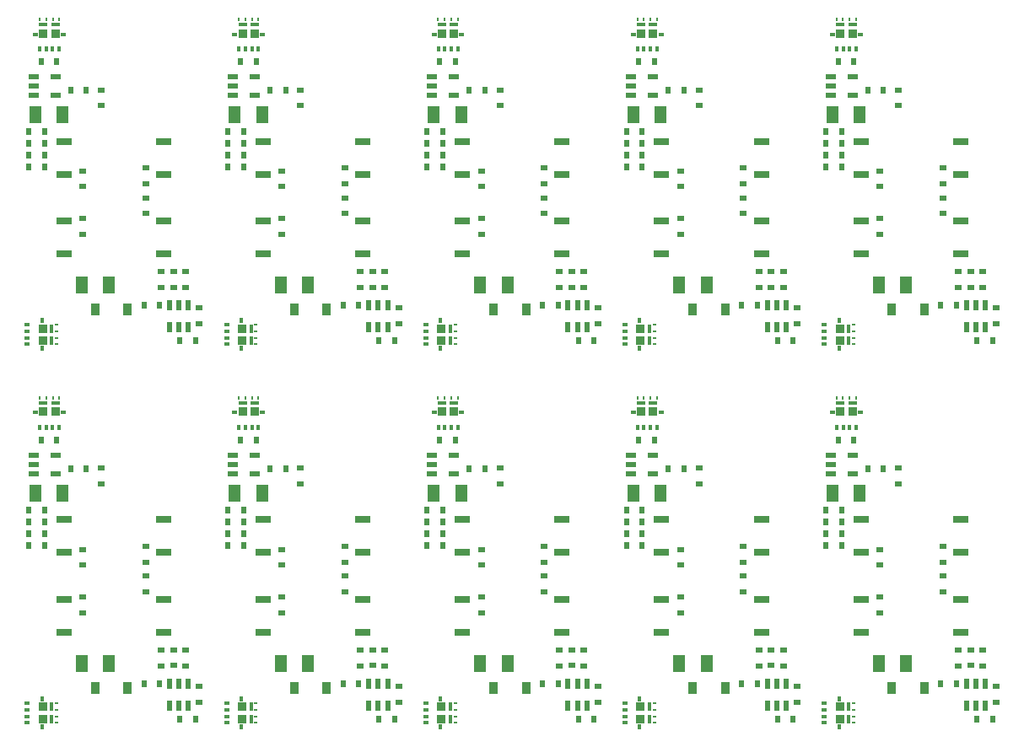
<source format=gbr>
G04 #@! TF.FileFunction,Paste,Top*
%FSLAX46Y46*%
G04 Gerber Fmt 4.6, Leading zero omitted, Abs format (unit mm)*
G04 Created by KiCad (PCBNEW 4.0.4-stable) date 01/10/17 11:03:04*
%MOMM*%
%LPD*%
G01*
G04 APERTURE LIST*
%ADD10C,0.100000*%
%ADD11R,1.640000X0.740000*%
%ADD12R,1.190000X1.690000*%
%ADD13R,0.737560X0.539440*%
%ADD14R,0.539440X0.737560*%
%ADD15R,0.590000X1.000000*%
%ADD16R,0.850000X1.160000*%
%ADD17R,0.360000X0.490000*%
%ADD18R,0.940000X0.940000*%
%ADD19R,0.440000X0.200000*%
%ADD20R,0.410000X0.940000*%
%ADD21R,0.600000X0.360000*%
%ADD22R,1.000000X0.590000*%
%ADD23R,0.490000X0.360000*%
%ADD24R,0.200000X0.440000*%
%ADD25R,0.940000X0.410000*%
%ADD26R,0.360000X0.600000*%
G04 APERTURE END LIST*
D10*
D11*
X155000000Y-89350000D03*
X155000000Y-92650000D03*
D12*
X156775000Y-95800000D03*
X159525000Y-95800000D03*
D13*
X156900000Y-89100000D03*
X156900000Y-90679880D03*
D14*
X168200000Y-101400000D03*
X166620120Y-101400000D03*
D13*
X168600000Y-98070120D03*
X168600000Y-99650000D03*
D15*
X165600000Y-100000000D03*
X166550000Y-100000000D03*
X167500000Y-100000000D03*
X167500000Y-97800000D03*
X165600000Y-97800000D03*
X166550000Y-97800000D03*
D11*
X165000000Y-89350000D03*
X165000000Y-92650000D03*
D13*
X166000000Y-95989940D03*
X166000000Y-94410060D03*
X164750000Y-96000000D03*
X164750000Y-94420120D03*
X163200000Y-87020120D03*
X163200000Y-88600000D03*
X167200000Y-96000000D03*
X167200000Y-94420120D03*
D16*
X161385000Y-98200000D03*
X158115000Y-98200000D03*
D14*
X164600000Y-97800000D03*
X163020120Y-97800000D03*
D17*
X152790000Y-102135000D03*
D18*
X152880000Y-101360000D03*
D19*
X154265000Y-101730000D03*
D20*
X153780000Y-101360000D03*
D19*
X154265000Y-101090000D03*
X154265000Y-100410000D03*
D20*
X153780000Y-100140000D03*
D21*
X151330000Y-101730000D03*
X151330000Y-101080000D03*
X151330000Y-100430000D03*
X151330000Y-99780000D03*
D19*
X154265000Y-99770000D03*
D18*
X152880000Y-100140000D03*
D17*
X152790000Y-99365000D03*
D11*
X155000000Y-51350000D03*
X155000000Y-54650000D03*
D13*
X156900000Y-51100000D03*
X156900000Y-52679880D03*
X163200000Y-49020120D03*
X163200000Y-50600000D03*
D12*
X154875000Y-40656000D03*
X152125000Y-40656000D03*
D14*
X151460060Y-42350000D03*
X153039940Y-42350000D03*
X151460060Y-45950000D03*
X153039940Y-45950000D03*
X151460060Y-44750000D03*
X153039940Y-44750000D03*
D11*
X155000000Y-43350000D03*
X155000000Y-46650000D03*
D13*
X156900000Y-46320120D03*
X156900000Y-47900000D03*
D14*
X151460060Y-43550000D03*
X153039940Y-43550000D03*
D13*
X158750000Y-39750000D03*
X158750000Y-38170120D03*
D14*
X157250000Y-38200000D03*
X155670120Y-38200000D03*
X154289940Y-35322000D03*
X152710060Y-35322000D03*
D22*
X151950000Y-36850000D03*
X151950000Y-37800000D03*
X151950000Y-38750000D03*
X154150000Y-38750000D03*
X154150000Y-36850000D03*
D23*
X154921000Y-32592000D03*
D18*
X154146000Y-32502000D03*
D24*
X154516000Y-31117000D03*
D25*
X154146000Y-31602000D03*
D24*
X153876000Y-31117000D03*
X153196000Y-31117000D03*
D25*
X152926000Y-31602000D03*
D26*
X154516000Y-34052000D03*
X153866000Y-34052000D03*
X153216000Y-34052000D03*
X152566000Y-34052000D03*
D24*
X152556000Y-31117000D03*
D18*
X152926000Y-32502000D03*
D23*
X152151000Y-32592000D03*
D13*
X163200000Y-46020120D03*
X163200000Y-47600000D03*
D11*
X165000000Y-51350000D03*
X165000000Y-54650000D03*
X165000000Y-43350000D03*
X165000000Y-46650000D03*
D23*
X154921000Y-70592000D03*
D18*
X154146000Y-70502000D03*
D24*
X154516000Y-69117000D03*
D25*
X154146000Y-69602000D03*
D24*
X153876000Y-69117000D03*
X153196000Y-69117000D03*
D25*
X152926000Y-69602000D03*
D26*
X154516000Y-72052000D03*
X153866000Y-72052000D03*
X153216000Y-72052000D03*
X152566000Y-72052000D03*
D24*
X152556000Y-69117000D03*
D18*
X152926000Y-70502000D03*
D23*
X152151000Y-70592000D03*
D22*
X151950000Y-74850000D03*
X151950000Y-75800000D03*
X151950000Y-76750000D03*
X154150000Y-76750000D03*
X154150000Y-74850000D03*
D14*
X154289940Y-73322000D03*
X152710060Y-73322000D03*
X157250000Y-76200000D03*
X155670120Y-76200000D03*
D17*
X152790000Y-64135000D03*
D18*
X152880000Y-63360000D03*
D19*
X154265000Y-63730000D03*
D20*
X153780000Y-63360000D03*
D19*
X154265000Y-63090000D03*
X154265000Y-62410000D03*
D20*
X153780000Y-62140000D03*
D21*
X151330000Y-63730000D03*
X151330000Y-63080000D03*
X151330000Y-62430000D03*
X151330000Y-61780000D03*
D19*
X154265000Y-61770000D03*
D18*
X152880000Y-62140000D03*
D17*
X152790000Y-61365000D03*
D12*
X156775000Y-57800000D03*
X159525000Y-57800000D03*
D14*
X164600000Y-59800000D03*
X163020120Y-59800000D03*
D16*
X161385000Y-60200000D03*
X158115000Y-60200000D03*
D13*
X164750000Y-58000000D03*
X164750000Y-56420120D03*
X156900000Y-84320120D03*
X156900000Y-85900000D03*
D12*
X154875000Y-78656000D03*
X152125000Y-78656000D03*
D14*
X151460060Y-82750000D03*
X153039940Y-82750000D03*
D11*
X155000000Y-81350000D03*
X155000000Y-84650000D03*
D14*
X151460060Y-80350000D03*
X153039940Y-80350000D03*
X151460060Y-83950000D03*
X153039940Y-83950000D03*
X151460060Y-81550000D03*
X153039940Y-81550000D03*
D15*
X165600000Y-62000000D03*
X166550000Y-62000000D03*
X167500000Y-62000000D03*
X167500000Y-59800000D03*
X165600000Y-59800000D03*
X166550000Y-59800000D03*
D13*
X166000000Y-57989940D03*
X166000000Y-56410060D03*
D14*
X168200000Y-63400000D03*
X166620120Y-63400000D03*
D13*
X168600000Y-60070120D03*
X168600000Y-61650000D03*
X167200000Y-58000000D03*
X167200000Y-56420120D03*
X163200000Y-84020120D03*
X163200000Y-85600000D03*
D11*
X165000000Y-81350000D03*
X165000000Y-84650000D03*
D13*
X158750000Y-77750000D03*
X158750000Y-76170120D03*
D11*
X135000000Y-89350000D03*
X135000000Y-92650000D03*
D12*
X136775000Y-95800000D03*
X139525000Y-95800000D03*
D13*
X136900000Y-89100000D03*
X136900000Y-90679880D03*
D14*
X148200000Y-101400000D03*
X146620120Y-101400000D03*
D13*
X148600000Y-98070120D03*
X148600000Y-99650000D03*
D15*
X145600000Y-100000000D03*
X146550000Y-100000000D03*
X147500000Y-100000000D03*
X147500000Y-97800000D03*
X145600000Y-97800000D03*
X146550000Y-97800000D03*
D11*
X145000000Y-89350000D03*
X145000000Y-92650000D03*
D13*
X146000000Y-95989940D03*
X146000000Y-94410060D03*
X144750000Y-96000000D03*
X144750000Y-94420120D03*
X143200000Y-87020120D03*
X143200000Y-88600000D03*
X147200000Y-96000000D03*
X147200000Y-94420120D03*
D16*
X141385000Y-98200000D03*
X138115000Y-98200000D03*
D14*
X144600000Y-97800000D03*
X143020120Y-97800000D03*
D17*
X132790000Y-102135000D03*
D18*
X132880000Y-101360000D03*
D19*
X134265000Y-101730000D03*
D20*
X133780000Y-101360000D03*
D19*
X134265000Y-101090000D03*
X134265000Y-100410000D03*
D20*
X133780000Y-100140000D03*
D21*
X131330000Y-101730000D03*
X131330000Y-101080000D03*
X131330000Y-100430000D03*
X131330000Y-99780000D03*
D19*
X134265000Y-99770000D03*
D18*
X132880000Y-100140000D03*
D17*
X132790000Y-99365000D03*
D11*
X135000000Y-51350000D03*
X135000000Y-54650000D03*
D13*
X136900000Y-51100000D03*
X136900000Y-52679880D03*
X143200000Y-49020120D03*
X143200000Y-50600000D03*
D12*
X134875000Y-40656000D03*
X132125000Y-40656000D03*
D14*
X131460060Y-42350000D03*
X133039940Y-42350000D03*
X131460060Y-45950000D03*
X133039940Y-45950000D03*
X131460060Y-44750000D03*
X133039940Y-44750000D03*
D11*
X135000000Y-43350000D03*
X135000000Y-46650000D03*
D13*
X136900000Y-46320120D03*
X136900000Y-47900000D03*
D14*
X131460060Y-43550000D03*
X133039940Y-43550000D03*
D13*
X138750000Y-39750000D03*
X138750000Y-38170120D03*
D14*
X137250000Y-38200000D03*
X135670120Y-38200000D03*
X134289940Y-35322000D03*
X132710060Y-35322000D03*
D22*
X131950000Y-36850000D03*
X131950000Y-37800000D03*
X131950000Y-38750000D03*
X134150000Y-38750000D03*
X134150000Y-36850000D03*
D23*
X134921000Y-32592000D03*
D18*
X134146000Y-32502000D03*
D24*
X134516000Y-31117000D03*
D25*
X134146000Y-31602000D03*
D24*
X133876000Y-31117000D03*
X133196000Y-31117000D03*
D25*
X132926000Y-31602000D03*
D26*
X134516000Y-34052000D03*
X133866000Y-34052000D03*
X133216000Y-34052000D03*
X132566000Y-34052000D03*
D24*
X132556000Y-31117000D03*
D18*
X132926000Y-32502000D03*
D23*
X132151000Y-32592000D03*
D13*
X143200000Y-46020120D03*
X143200000Y-47600000D03*
D11*
X145000000Y-51350000D03*
X145000000Y-54650000D03*
X145000000Y-43350000D03*
X145000000Y-46650000D03*
D23*
X134921000Y-70592000D03*
D18*
X134146000Y-70502000D03*
D24*
X134516000Y-69117000D03*
D25*
X134146000Y-69602000D03*
D24*
X133876000Y-69117000D03*
X133196000Y-69117000D03*
D25*
X132926000Y-69602000D03*
D26*
X134516000Y-72052000D03*
X133866000Y-72052000D03*
X133216000Y-72052000D03*
X132566000Y-72052000D03*
D24*
X132556000Y-69117000D03*
D18*
X132926000Y-70502000D03*
D23*
X132151000Y-70592000D03*
D22*
X131950000Y-74850000D03*
X131950000Y-75800000D03*
X131950000Y-76750000D03*
X134150000Y-76750000D03*
X134150000Y-74850000D03*
D14*
X134289940Y-73322000D03*
X132710060Y-73322000D03*
X137250000Y-76200000D03*
X135670120Y-76200000D03*
D17*
X132790000Y-64135000D03*
D18*
X132880000Y-63360000D03*
D19*
X134265000Y-63730000D03*
D20*
X133780000Y-63360000D03*
D19*
X134265000Y-63090000D03*
X134265000Y-62410000D03*
D20*
X133780000Y-62140000D03*
D21*
X131330000Y-63730000D03*
X131330000Y-63080000D03*
X131330000Y-62430000D03*
X131330000Y-61780000D03*
D19*
X134265000Y-61770000D03*
D18*
X132880000Y-62140000D03*
D17*
X132790000Y-61365000D03*
D12*
X136775000Y-57800000D03*
X139525000Y-57800000D03*
D14*
X144600000Y-59800000D03*
X143020120Y-59800000D03*
D16*
X141385000Y-60200000D03*
X138115000Y-60200000D03*
D13*
X144750000Y-58000000D03*
X144750000Y-56420120D03*
X136900000Y-84320120D03*
X136900000Y-85900000D03*
D12*
X134875000Y-78656000D03*
X132125000Y-78656000D03*
D14*
X131460060Y-82750000D03*
X133039940Y-82750000D03*
D11*
X135000000Y-81350000D03*
X135000000Y-84650000D03*
D14*
X131460060Y-80350000D03*
X133039940Y-80350000D03*
X131460060Y-83950000D03*
X133039940Y-83950000D03*
X131460060Y-81550000D03*
X133039940Y-81550000D03*
D15*
X145600000Y-62000000D03*
X146550000Y-62000000D03*
X147500000Y-62000000D03*
X147500000Y-59800000D03*
X145600000Y-59800000D03*
X146550000Y-59800000D03*
D13*
X146000000Y-57989940D03*
X146000000Y-56410060D03*
D14*
X148200000Y-63400000D03*
X146620120Y-63400000D03*
D13*
X148600000Y-60070120D03*
X148600000Y-61650000D03*
X147200000Y-58000000D03*
X147200000Y-56420120D03*
X143200000Y-84020120D03*
X143200000Y-85600000D03*
D11*
X145000000Y-81350000D03*
X145000000Y-84650000D03*
D13*
X138750000Y-77750000D03*
X138750000Y-76170120D03*
D11*
X115000000Y-89350000D03*
X115000000Y-92650000D03*
D12*
X116775000Y-95800000D03*
X119525000Y-95800000D03*
D13*
X116900000Y-89100000D03*
X116900000Y-90679880D03*
D14*
X128200000Y-101400000D03*
X126620120Y-101400000D03*
D13*
X128600000Y-98070120D03*
X128600000Y-99650000D03*
D15*
X125600000Y-100000000D03*
X126550000Y-100000000D03*
X127500000Y-100000000D03*
X127500000Y-97800000D03*
X125600000Y-97800000D03*
X126550000Y-97800000D03*
D11*
X125000000Y-89350000D03*
X125000000Y-92650000D03*
D13*
X126000000Y-95989940D03*
X126000000Y-94410060D03*
X124750000Y-96000000D03*
X124750000Y-94420120D03*
X123200000Y-87020120D03*
X123200000Y-88600000D03*
X127200000Y-96000000D03*
X127200000Y-94420120D03*
D16*
X121385000Y-98200000D03*
X118115000Y-98200000D03*
D14*
X124600000Y-97800000D03*
X123020120Y-97800000D03*
D17*
X112790000Y-102135000D03*
D18*
X112880000Y-101360000D03*
D19*
X114265000Y-101730000D03*
D20*
X113780000Y-101360000D03*
D19*
X114265000Y-101090000D03*
X114265000Y-100410000D03*
D20*
X113780000Y-100140000D03*
D21*
X111330000Y-101730000D03*
X111330000Y-101080000D03*
X111330000Y-100430000D03*
X111330000Y-99780000D03*
D19*
X114265000Y-99770000D03*
D18*
X112880000Y-100140000D03*
D17*
X112790000Y-99365000D03*
D11*
X115000000Y-51350000D03*
X115000000Y-54650000D03*
D13*
X116900000Y-51100000D03*
X116900000Y-52679880D03*
X123200000Y-49020120D03*
X123200000Y-50600000D03*
D12*
X114875000Y-40656000D03*
X112125000Y-40656000D03*
D14*
X111460060Y-42350000D03*
X113039940Y-42350000D03*
X111460060Y-45950000D03*
X113039940Y-45950000D03*
X111460060Y-44750000D03*
X113039940Y-44750000D03*
D11*
X115000000Y-43350000D03*
X115000000Y-46650000D03*
D13*
X116900000Y-46320120D03*
X116900000Y-47900000D03*
D14*
X111460060Y-43550000D03*
X113039940Y-43550000D03*
D13*
X118750000Y-39750000D03*
X118750000Y-38170120D03*
D14*
X117250000Y-38200000D03*
X115670120Y-38200000D03*
X114289940Y-35322000D03*
X112710060Y-35322000D03*
D22*
X111950000Y-36850000D03*
X111950000Y-37800000D03*
X111950000Y-38750000D03*
X114150000Y-38750000D03*
X114150000Y-36850000D03*
D23*
X114921000Y-32592000D03*
D18*
X114146000Y-32502000D03*
D24*
X114516000Y-31117000D03*
D25*
X114146000Y-31602000D03*
D24*
X113876000Y-31117000D03*
X113196000Y-31117000D03*
D25*
X112926000Y-31602000D03*
D26*
X114516000Y-34052000D03*
X113866000Y-34052000D03*
X113216000Y-34052000D03*
X112566000Y-34052000D03*
D24*
X112556000Y-31117000D03*
D18*
X112926000Y-32502000D03*
D23*
X112151000Y-32592000D03*
D13*
X123200000Y-46020120D03*
X123200000Y-47600000D03*
D11*
X125000000Y-51350000D03*
X125000000Y-54650000D03*
X125000000Y-43350000D03*
X125000000Y-46650000D03*
D23*
X114921000Y-70592000D03*
D18*
X114146000Y-70502000D03*
D24*
X114516000Y-69117000D03*
D25*
X114146000Y-69602000D03*
D24*
X113876000Y-69117000D03*
X113196000Y-69117000D03*
D25*
X112926000Y-69602000D03*
D26*
X114516000Y-72052000D03*
X113866000Y-72052000D03*
X113216000Y-72052000D03*
X112566000Y-72052000D03*
D24*
X112556000Y-69117000D03*
D18*
X112926000Y-70502000D03*
D23*
X112151000Y-70592000D03*
D22*
X111950000Y-74850000D03*
X111950000Y-75800000D03*
X111950000Y-76750000D03*
X114150000Y-76750000D03*
X114150000Y-74850000D03*
D14*
X114289940Y-73322000D03*
X112710060Y-73322000D03*
X117250000Y-76200000D03*
X115670120Y-76200000D03*
D17*
X112790000Y-64135000D03*
D18*
X112880000Y-63360000D03*
D19*
X114265000Y-63730000D03*
D20*
X113780000Y-63360000D03*
D19*
X114265000Y-63090000D03*
X114265000Y-62410000D03*
D20*
X113780000Y-62140000D03*
D21*
X111330000Y-63730000D03*
X111330000Y-63080000D03*
X111330000Y-62430000D03*
X111330000Y-61780000D03*
D19*
X114265000Y-61770000D03*
D18*
X112880000Y-62140000D03*
D17*
X112790000Y-61365000D03*
D12*
X116775000Y-57800000D03*
X119525000Y-57800000D03*
D14*
X124600000Y-59800000D03*
X123020120Y-59800000D03*
D16*
X121385000Y-60200000D03*
X118115000Y-60200000D03*
D13*
X124750000Y-58000000D03*
X124750000Y-56420120D03*
X116900000Y-84320120D03*
X116900000Y-85900000D03*
D12*
X114875000Y-78656000D03*
X112125000Y-78656000D03*
D14*
X111460060Y-82750000D03*
X113039940Y-82750000D03*
D11*
X115000000Y-81350000D03*
X115000000Y-84650000D03*
D14*
X111460060Y-80350000D03*
X113039940Y-80350000D03*
X111460060Y-83950000D03*
X113039940Y-83950000D03*
X111460060Y-81550000D03*
X113039940Y-81550000D03*
D15*
X125600000Y-62000000D03*
X126550000Y-62000000D03*
X127500000Y-62000000D03*
X127500000Y-59800000D03*
X125600000Y-59800000D03*
X126550000Y-59800000D03*
D13*
X126000000Y-57989940D03*
X126000000Y-56410060D03*
D14*
X128200000Y-63400000D03*
X126620120Y-63400000D03*
D13*
X128600000Y-60070120D03*
X128600000Y-61650000D03*
X127200000Y-58000000D03*
X127200000Y-56420120D03*
X123200000Y-84020120D03*
X123200000Y-85600000D03*
D11*
X125000000Y-81350000D03*
X125000000Y-84650000D03*
D13*
X118750000Y-77750000D03*
X118750000Y-76170120D03*
D23*
X94921000Y-70592000D03*
D18*
X94146000Y-70502000D03*
D24*
X94516000Y-69117000D03*
D25*
X94146000Y-69602000D03*
D24*
X93876000Y-69117000D03*
X93196000Y-69117000D03*
D25*
X92926000Y-69602000D03*
D26*
X94516000Y-72052000D03*
X93866000Y-72052000D03*
X93216000Y-72052000D03*
X92566000Y-72052000D03*
D24*
X92556000Y-69117000D03*
D18*
X92926000Y-70502000D03*
D23*
X92151000Y-70592000D03*
D22*
X91950000Y-74850000D03*
X91950000Y-75800000D03*
X91950000Y-76750000D03*
X94150000Y-76750000D03*
X94150000Y-74850000D03*
D14*
X94289940Y-73322000D03*
X92710060Y-73322000D03*
X97250000Y-76200000D03*
X95670120Y-76200000D03*
D13*
X103200000Y-84020120D03*
X103200000Y-85600000D03*
X96900000Y-84320120D03*
X96900000Y-85900000D03*
X98750000Y-77750000D03*
X98750000Y-76170120D03*
D12*
X94875000Y-78656000D03*
X92125000Y-78656000D03*
D14*
X91460060Y-82750000D03*
X93039940Y-82750000D03*
X91460060Y-83950000D03*
X93039940Y-83950000D03*
X91460060Y-80350000D03*
X93039940Y-80350000D03*
D11*
X95000000Y-81350000D03*
X95000000Y-84650000D03*
D14*
X91460060Y-81550000D03*
X93039940Y-81550000D03*
D11*
X105000000Y-81350000D03*
X105000000Y-84650000D03*
D15*
X105600000Y-62000000D03*
X106550000Y-62000000D03*
X107500000Y-62000000D03*
X107500000Y-59800000D03*
X105600000Y-59800000D03*
X106550000Y-59800000D03*
D14*
X108200000Y-63400000D03*
X106620120Y-63400000D03*
D13*
X108600000Y-60070120D03*
X108600000Y-61650000D03*
D17*
X92790000Y-64135000D03*
D18*
X92880000Y-63360000D03*
D19*
X94265000Y-63730000D03*
D20*
X93780000Y-63360000D03*
D19*
X94265000Y-63090000D03*
X94265000Y-62410000D03*
D20*
X93780000Y-62140000D03*
D21*
X91330000Y-63730000D03*
X91330000Y-63080000D03*
X91330000Y-62430000D03*
X91330000Y-61780000D03*
D19*
X94265000Y-61770000D03*
D18*
X92880000Y-62140000D03*
D17*
X92790000Y-61365000D03*
D14*
X104600000Y-59800000D03*
X103020120Y-59800000D03*
D16*
X101385000Y-60200000D03*
X98115000Y-60200000D03*
D14*
X97250000Y-38200000D03*
X95670120Y-38200000D03*
D13*
X98750000Y-39750000D03*
X98750000Y-38170120D03*
D22*
X91950000Y-36850000D03*
X91950000Y-37800000D03*
X91950000Y-38750000D03*
X94150000Y-38750000D03*
X94150000Y-36850000D03*
D23*
X94921000Y-32592000D03*
D18*
X94146000Y-32502000D03*
D24*
X94516000Y-31117000D03*
D25*
X94146000Y-31602000D03*
D24*
X93876000Y-31117000D03*
X93196000Y-31117000D03*
D25*
X92926000Y-31602000D03*
D26*
X94516000Y-34052000D03*
X93866000Y-34052000D03*
X93216000Y-34052000D03*
X92566000Y-34052000D03*
D24*
X92556000Y-31117000D03*
D18*
X92926000Y-32502000D03*
D23*
X92151000Y-32592000D03*
D14*
X94289940Y-35322000D03*
X92710060Y-35322000D03*
D12*
X94875000Y-40656000D03*
X92125000Y-40656000D03*
D14*
X91460060Y-42350000D03*
X93039940Y-42350000D03*
X91460060Y-43550000D03*
X93039940Y-43550000D03*
X91460060Y-44750000D03*
X93039940Y-44750000D03*
X91460060Y-45950000D03*
X93039940Y-45950000D03*
D13*
X107200000Y-58000000D03*
X107200000Y-56420120D03*
X104750000Y-58000000D03*
X104750000Y-56420120D03*
D11*
X105000000Y-51350000D03*
X105000000Y-54650000D03*
D13*
X106000000Y-57989940D03*
X106000000Y-56410060D03*
D11*
X95000000Y-51350000D03*
X95000000Y-54650000D03*
D13*
X96900000Y-51100000D03*
X96900000Y-52679880D03*
D12*
X96775000Y-57800000D03*
X99525000Y-57800000D03*
D13*
X103200000Y-46020120D03*
X103200000Y-47600000D03*
X103200000Y-49020120D03*
X103200000Y-50600000D03*
D11*
X105000000Y-43350000D03*
X105000000Y-46650000D03*
X95000000Y-43350000D03*
X95000000Y-46650000D03*
D13*
X96900000Y-46320120D03*
X96900000Y-47900000D03*
X103200000Y-87020120D03*
X103200000Y-88600000D03*
X106000000Y-95989940D03*
X106000000Y-94410060D03*
X107200000Y-96000000D03*
X107200000Y-94420120D03*
X104750000Y-96000000D03*
X104750000Y-94420120D03*
D11*
X105000000Y-89350000D03*
X105000000Y-92650000D03*
D14*
X108200000Y-101400000D03*
X106620120Y-101400000D03*
D15*
X105600000Y-100000000D03*
X106550000Y-100000000D03*
X107500000Y-100000000D03*
X107500000Y-97800000D03*
X105600000Y-97800000D03*
X106550000Y-97800000D03*
D13*
X108600000Y-98070120D03*
X108600000Y-99650000D03*
D17*
X92790000Y-102135000D03*
D18*
X92880000Y-101360000D03*
D19*
X94265000Y-101730000D03*
D20*
X93780000Y-101360000D03*
D19*
X94265000Y-101090000D03*
X94265000Y-100410000D03*
D20*
X93780000Y-100140000D03*
D21*
X91330000Y-101730000D03*
X91330000Y-101080000D03*
X91330000Y-100430000D03*
X91330000Y-99780000D03*
D19*
X94265000Y-99770000D03*
D18*
X92880000Y-100140000D03*
D17*
X92790000Y-99365000D03*
D14*
X104600000Y-97800000D03*
X103020120Y-97800000D03*
D16*
X101385000Y-98200000D03*
X98115000Y-98200000D03*
D12*
X96775000Y-95800000D03*
X99525000Y-95800000D03*
D11*
X95000000Y-89350000D03*
X95000000Y-92650000D03*
D13*
X96900000Y-89100000D03*
X96900000Y-90679880D03*
X83200000Y-87020120D03*
X83200000Y-88600000D03*
X83200000Y-84020120D03*
X83200000Y-85600000D03*
D11*
X85000000Y-81350000D03*
X85000000Y-84650000D03*
D12*
X74875000Y-78656000D03*
X72125000Y-78656000D03*
D14*
X71460060Y-81550000D03*
X73039940Y-81550000D03*
X71460060Y-80350000D03*
X73039940Y-80350000D03*
X71460060Y-82750000D03*
X73039940Y-82750000D03*
X71460060Y-83950000D03*
X73039940Y-83950000D03*
D13*
X76900000Y-84320120D03*
X76900000Y-85900000D03*
D11*
X75000000Y-81350000D03*
X75000000Y-84650000D03*
D13*
X78750000Y-77750000D03*
X78750000Y-76170120D03*
D14*
X77250000Y-76200000D03*
X75670120Y-76200000D03*
D22*
X71950000Y-74850000D03*
X71950000Y-75800000D03*
X71950000Y-76750000D03*
X74150000Y-76750000D03*
X74150000Y-74850000D03*
D14*
X74289940Y-73322000D03*
X72710060Y-73322000D03*
D23*
X74921000Y-70592000D03*
D18*
X74146000Y-70502000D03*
D24*
X74516000Y-69117000D03*
D25*
X74146000Y-69602000D03*
D24*
X73876000Y-69117000D03*
X73196000Y-69117000D03*
D25*
X72926000Y-69602000D03*
D26*
X74516000Y-72052000D03*
X73866000Y-72052000D03*
X73216000Y-72052000D03*
X72566000Y-72052000D03*
D24*
X72556000Y-69117000D03*
D18*
X72926000Y-70502000D03*
D23*
X72151000Y-70592000D03*
D12*
X76775000Y-95800000D03*
X79525000Y-95800000D03*
D13*
X76900000Y-89100000D03*
X76900000Y-90679880D03*
D11*
X75000000Y-89350000D03*
X75000000Y-92650000D03*
D15*
X85600000Y-100000000D03*
X86550000Y-100000000D03*
X87500000Y-100000000D03*
X87500000Y-97800000D03*
X85600000Y-97800000D03*
X86550000Y-97800000D03*
D13*
X88600000Y-98070120D03*
X88600000Y-99650000D03*
D14*
X88200000Y-101400000D03*
X86620120Y-101400000D03*
D13*
X86000000Y-95989940D03*
X86000000Y-94410060D03*
X84750000Y-96000000D03*
X84750000Y-94420120D03*
D11*
X85000000Y-89350000D03*
X85000000Y-92650000D03*
D13*
X87200000Y-96000000D03*
X87200000Y-94420120D03*
D16*
X81385000Y-98200000D03*
X78115000Y-98200000D03*
D17*
X72790000Y-102135000D03*
D18*
X72880000Y-101360000D03*
D19*
X74265000Y-101730000D03*
D20*
X73780000Y-101360000D03*
D19*
X74265000Y-101090000D03*
X74265000Y-100410000D03*
D20*
X73780000Y-100140000D03*
D21*
X71330000Y-101730000D03*
X71330000Y-101080000D03*
X71330000Y-100430000D03*
X71330000Y-99780000D03*
D19*
X74265000Y-99770000D03*
D18*
X72880000Y-100140000D03*
D17*
X72790000Y-99365000D03*
D14*
X84600000Y-97800000D03*
X83020120Y-97800000D03*
D22*
X71950000Y-36850000D03*
X71950000Y-37800000D03*
X71950000Y-38750000D03*
X74150000Y-38750000D03*
X74150000Y-36850000D03*
D14*
X77250000Y-38200000D03*
X75670120Y-38200000D03*
X71460060Y-43550000D03*
X73039940Y-43550000D03*
D12*
X76775000Y-57800000D03*
X79525000Y-57800000D03*
X74875000Y-40656000D03*
X72125000Y-40656000D03*
D13*
X88600000Y-60070120D03*
X88600000Y-61650000D03*
X86000000Y-57989940D03*
X86000000Y-56410060D03*
X87200000Y-58000000D03*
X87200000Y-56420120D03*
X84750000Y-58000000D03*
X84750000Y-56420120D03*
D11*
X75000000Y-43350000D03*
X75000000Y-46650000D03*
X75000000Y-51350000D03*
X75000000Y-54650000D03*
X85000000Y-43350000D03*
X85000000Y-46650000D03*
X85000000Y-51350000D03*
X85000000Y-54650000D03*
D16*
X81385000Y-60200000D03*
X78115000Y-60200000D03*
D23*
X74921000Y-32592000D03*
D18*
X74146000Y-32502000D03*
D24*
X74516000Y-31117000D03*
D25*
X74146000Y-31602000D03*
D24*
X73876000Y-31117000D03*
X73196000Y-31117000D03*
D25*
X72926000Y-31602000D03*
D26*
X74516000Y-34052000D03*
X73866000Y-34052000D03*
X73216000Y-34052000D03*
X72566000Y-34052000D03*
D24*
X72556000Y-31117000D03*
D18*
X72926000Y-32502000D03*
D23*
X72151000Y-32592000D03*
D17*
X72790000Y-64135000D03*
D18*
X72880000Y-63360000D03*
D19*
X74265000Y-63730000D03*
D20*
X73780000Y-63360000D03*
D19*
X74265000Y-63090000D03*
X74265000Y-62410000D03*
D20*
X73780000Y-62140000D03*
D21*
X71330000Y-63730000D03*
X71330000Y-63080000D03*
X71330000Y-62430000D03*
X71330000Y-61780000D03*
D19*
X74265000Y-61770000D03*
D18*
X72880000Y-62140000D03*
D17*
X72790000Y-61365000D03*
D14*
X74289940Y-35322000D03*
X72710060Y-35322000D03*
D13*
X78750000Y-39750000D03*
X78750000Y-38170120D03*
D14*
X71460060Y-44750000D03*
X73039940Y-44750000D03*
X71460060Y-45950000D03*
X73039940Y-45950000D03*
X71460060Y-42350000D03*
X73039940Y-42350000D03*
X84600000Y-59800000D03*
X83020120Y-59800000D03*
X88200000Y-63400000D03*
X86620120Y-63400000D03*
D15*
X85600000Y-62000000D03*
X86550000Y-62000000D03*
X87500000Y-62000000D03*
X87500000Y-59800000D03*
X85600000Y-59800000D03*
X86550000Y-59800000D03*
D13*
X76900000Y-46320120D03*
X76900000Y-47900000D03*
X76900000Y-51100000D03*
X76900000Y-52679880D03*
X83200000Y-46020120D03*
X83200000Y-47600000D03*
X83200000Y-49020120D03*
X83200000Y-50600000D03*
M02*

</source>
